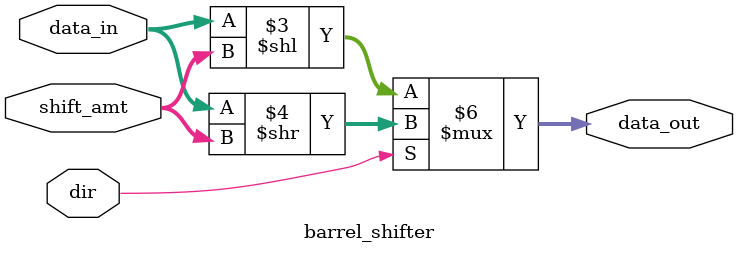
<source format=sv>
module barrel_shifter (
    output logic [31:0] data_out,
    input  logic [31:0] data_in,
    input  logic [4:0]  shift_amt,   // 0–31
    input  logic        dir          // 0 = left, 1 = right
);

    always_comb begin
        if (dir == 1'b0)
            data_out = data_in << shift_amt;   // logical left shift
        else
            data_out = data_in >> shift_amt;   // logical right shift
    end

endmodule
</source>
